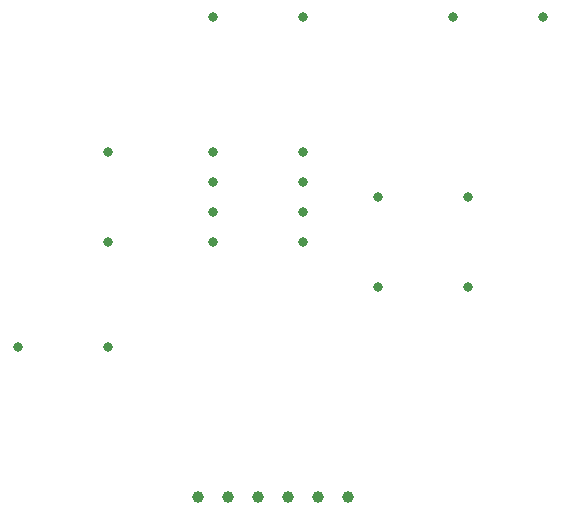
<source format=gbr>
%TF.GenerationSoftware,KiCad,Pcbnew,(7.0.0)*%
%TF.CreationDate,2024-03-15T09:40:43-04:00*%
%TF.ProjectId,DC-Offset-Amp,44432d4f-6666-4736-9574-2d416d702e6b,rev?*%
%TF.SameCoordinates,Original*%
%TF.FileFunction,Plated,1,2,PTH,Drill*%
%TF.FilePolarity,Positive*%
%FSLAX46Y46*%
G04 Gerber Fmt 4.6, Leading zero omitted, Abs format (unit mm)*
G04 Created by KiCad (PCBNEW (7.0.0)) date 2024-03-15 09:40:43*
%MOMM*%
%LPD*%
G01*
G04 APERTURE LIST*
%TA.AperFunction,ComponentDrill*%
%ADD10C,0.800000*%
%TD*%
%TA.AperFunction,ComponentDrill*%
%ADD11C,1.000000*%
%TD*%
G04 APERTURE END LIST*
D10*
%TO.C,R6*%
X124460000Y-93980000D03*
%TO.C,R5*%
X132080000Y-77470000D03*
X132080000Y-85090000D03*
%TO.C,R6*%
X132080000Y-93980000D03*
%TO.C,R4*%
X140970000Y-66040000D03*
%TO.C,U1*%
X140980000Y-77480000D03*
X140980000Y-80020000D03*
X140980000Y-82560000D03*
X140980000Y-85100000D03*
%TO.C,R4*%
X148590000Y-66040000D03*
%TO.C,U1*%
X148600000Y-77480000D03*
X148600000Y-80020000D03*
X148600000Y-82560000D03*
X148600000Y-85100000D03*
%TO.C,R2*%
X154940000Y-81280000D03*
X154940000Y-88900000D03*
%TO.C,R1*%
X161290000Y-66040000D03*
%TO.C,R3*%
X162560000Y-81280000D03*
X162560000Y-88900000D03*
%TO.C,R1*%
X168910000Y-66040000D03*
D11*
%TO.C,REF\u002A\u002A*%
X139700000Y-106680000D03*
X142240000Y-106680000D03*
X144780000Y-106680000D03*
X147320000Y-106680000D03*
X149860000Y-106680000D03*
X152400000Y-106680000D03*
M02*

</source>
